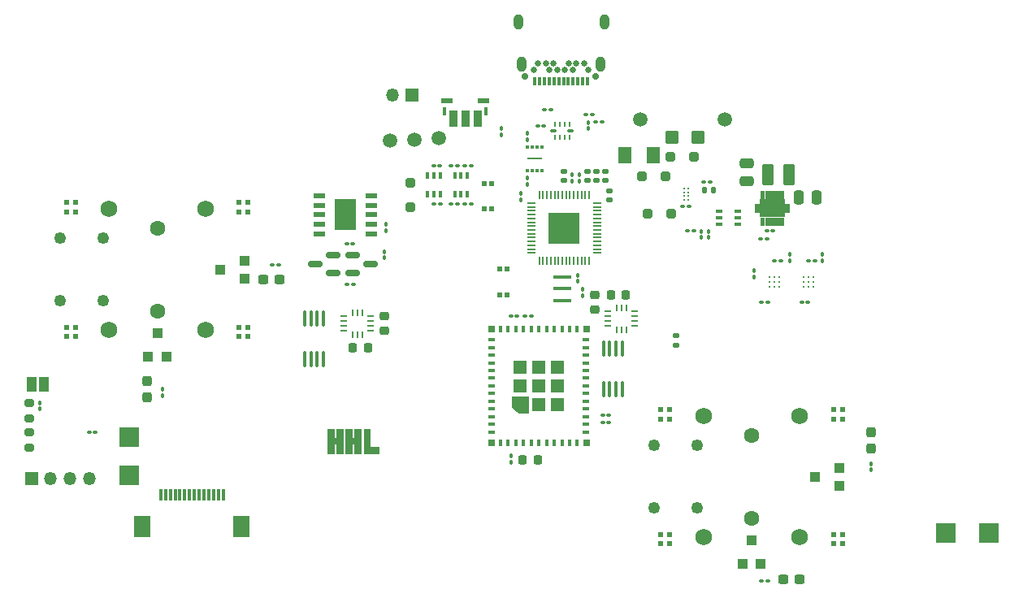
<source format=gbr>
G04 #@! TF.GenerationSoftware,KiCad,Pcbnew,7.0.6*
G04 #@! TF.CreationDate,2024-01-02T21:36:57-08:00*
G04 #@! TF.ProjectId,procon_gcc_main_pcb,70726f63-6f6e-45f6-9763-635f6d61696e,1*
G04 #@! TF.SameCoordinates,Original*
G04 #@! TF.FileFunction,Soldermask,Top*
G04 #@! TF.FilePolarity,Negative*
%FSLAX46Y46*%
G04 Gerber Fmt 4.6, Leading zero omitted, Abs format (unit mm)*
G04 Created by KiCad (PCBNEW 7.0.6) date 2024-01-02 21:36:57*
%MOMM*%
%LPD*%
G01*
G04 APERTURE LIST*
G04 Aperture macros list*
%AMRoundRect*
0 Rectangle with rounded corners*
0 $1 Rounding radius*
0 $2 $3 $4 $5 $6 $7 $8 $9 X,Y pos of 4 corners*
0 Add a 4 corners polygon primitive as box body*
4,1,4,$2,$3,$4,$5,$6,$7,$8,$9,$2,$3,0*
0 Add four circle primitives for the rounded corners*
1,1,$1+$1,$2,$3*
1,1,$1+$1,$4,$5*
1,1,$1+$1,$6,$7*
1,1,$1+$1,$8,$9*
0 Add four rect primitives between the rounded corners*
20,1,$1+$1,$2,$3,$4,$5,0*
20,1,$1+$1,$4,$5,$6,$7,0*
20,1,$1+$1,$6,$7,$8,$9,0*
20,1,$1+$1,$8,$9,$2,$3,0*%
G04 Aperture macros list end*
%ADD10C,0.010000*%
%ADD11C,0.025000*%
%ADD12R,1.000000X1.000000*%
%ADD13O,0.400000X0.900000*%
%ADD14R,0.950000X1.700000*%
%ADD15R,0.900000X1.700000*%
%ADD16R,1.200000X0.600000*%
%ADD17C,1.750000*%
%ADD18C,1.600000*%
%ADD19C,1.250000*%
%ADD20C,0.265000*%
%ADD21R,0.650000X0.400000*%
%ADD22RoundRect,0.100000X-0.130000X-0.100000X0.130000X-0.100000X0.130000X0.100000X-0.130000X0.100000X0*%
%ADD23RoundRect,0.100000X0.100000X-0.130000X0.100000X0.130000X-0.100000X0.130000X-0.100000X-0.130000X0*%
%ADD24RoundRect,0.100000X0.130000X0.100000X-0.130000X0.100000X-0.130000X-0.100000X0.130000X-0.100000X0*%
%ADD25RoundRect,0.100000X-0.100000X0.130000X-0.100000X-0.130000X0.100000X-0.130000X0.100000X0.130000X0*%
%ADD26RoundRect,0.250000X-0.250000X-0.475000X0.250000X-0.475000X0.250000X0.475000X-0.250000X0.475000X0*%
%ADD27RoundRect,0.250000X0.250000X0.250000X-0.250000X0.250000X-0.250000X-0.250000X0.250000X-0.250000X0*%
%ADD28R,0.550000X0.550000*%
%ADD29RoundRect,0.225000X-0.250000X0.225000X-0.250000X-0.225000X0.250000X-0.225000X0.250000X0.225000X0*%
%ADD30RoundRect,0.140000X0.140000X0.170000X-0.140000X0.170000X-0.140000X-0.170000X0.140000X-0.170000X0*%
%ADD31RoundRect,0.100000X0.100000X-0.712500X0.100000X0.712500X-0.100000X0.712500X-0.100000X-0.712500X0*%
%ADD32RoundRect,0.237500X-0.237500X0.300000X-0.237500X-0.300000X0.237500X-0.300000X0.237500X0.300000X0*%
%ADD33R,0.400000X0.650000*%
%ADD34RoundRect,0.135000X0.185000X-0.135000X0.185000X0.135000X-0.185000X0.135000X-0.185000X-0.135000X0*%
%ADD35RoundRect,0.237500X0.300000X0.237500X-0.300000X0.237500X-0.300000X-0.237500X0.300000X-0.237500X0*%
%ADD36R,2.000000X2.000000*%
%ADD37RoundRect,0.050000X-0.387500X-0.050000X0.387500X-0.050000X0.387500X0.050000X-0.387500X0.050000X0*%
%ADD38RoundRect,0.050000X-0.050000X-0.387500X0.050000X-0.387500X0.050000X0.387500X-0.050000X0.387500X0*%
%ADD39R,3.200000X3.200000*%
%ADD40C,1.500000*%
%ADD41R,0.400000X0.800000*%
%ADD42R,0.800000X0.400000*%
%ADD43R,1.450000X1.450000*%
%ADD44R,0.700000X0.700000*%
%ADD45RoundRect,0.140000X0.170000X-0.140000X0.170000X0.140000X-0.170000X0.140000X-0.170000X-0.140000X0*%
%ADD46RoundRect,0.250000X-0.250000X-0.250000X0.250000X-0.250000X0.250000X0.250000X-0.250000X0.250000X0*%
%ADD47RoundRect,0.250001X0.462499X0.624999X-0.462499X0.624999X-0.462499X-0.624999X0.462499X-0.624999X0*%
%ADD48RoundRect,0.225000X0.225000X0.250000X-0.225000X0.250000X-0.225000X-0.250000X0.225000X-0.250000X0*%
%ADD49C,0.230000*%
%ADD50R,0.300000X0.400000*%
%ADD51R,1.600000X0.200000*%
%ADD52RoundRect,0.237500X-0.300000X-0.237500X0.300000X-0.237500X0.300000X0.237500X-0.300000X0.237500X0*%
%ADD53RoundRect,0.250000X0.450000X0.425000X-0.450000X0.425000X-0.450000X-0.425000X0.450000X-0.425000X0*%
%ADD54RoundRect,0.150000X-0.587500X-0.150000X0.587500X-0.150000X0.587500X0.150000X-0.587500X0.150000X0*%
%ADD55R,1.000000X1.500000*%
%ADD56R,1.350000X1.350000*%
%ADD57O,1.350000X1.350000*%
%ADD58R,1.900000X0.400000*%
%ADD59RoundRect,0.225000X-0.225000X-0.250000X0.225000X-0.250000X0.225000X0.250000X-0.225000X0.250000X0*%
%ADD60R,1.300000X0.600000*%
%ADD61R,2.300000X3.200000*%
%ADD62RoundRect,0.150000X0.587500X0.150000X-0.587500X0.150000X-0.587500X-0.150000X0.587500X-0.150000X0*%
%ADD63R,0.500000X0.550000*%
%ADD64RoundRect,0.140000X-0.170000X0.140000X-0.170000X-0.140000X0.170000X-0.140000X0.170000X0.140000X0*%
%ADD65R,0.300000X1.300000*%
%ADD66R,1.800000X2.200000*%
%ADD67RoundRect,0.200000X-0.275000X0.200000X-0.275000X-0.200000X0.275000X-0.200000X0.275000X0.200000X0*%
%ADD68C,0.700000*%
%ADD69R,0.300000X0.900000*%
%ADD70C,0.650000*%
%ADD71O,1.000000X1.600000*%
%ADD72RoundRect,0.050000X0.075000X-0.225000X0.075000X0.225000X-0.075000X0.225000X-0.075000X-0.225000X0*%
%ADD73RoundRect,0.050000X0.050000X-0.225000X0.050000X0.225000X-0.050000X0.225000X-0.050000X-0.225000X0*%
%ADD74RoundRect,0.050000X0.250000X-0.100000X0.250000X0.100000X-0.250000X0.100000X-0.250000X-0.100000X0*%
%ADD75R,0.745000X0.280000*%
%ADD76R,0.280000X0.745000*%
%ADD77RoundRect,0.250000X-0.375000X-0.850000X0.375000X-0.850000X0.375000X0.850000X-0.375000X0.850000X0*%
%ADD78RoundRect,0.250000X-0.250000X0.250000X-0.250000X-0.250000X0.250000X-0.250000X0.250000X0.250000X0*%
%ADD79RoundRect,0.200000X0.275000X-0.200000X0.275000X0.200000X-0.275000X0.200000X-0.275000X-0.200000X0*%
%ADD80RoundRect,0.250000X-0.475000X0.250000X-0.475000X-0.250000X0.475000X-0.250000X0.475000X0.250000X0*%
G04 APERTURE END LIST*
D10*
X135019200Y-133323800D02*
X133969200Y-133323800D01*
X133369200Y-132723800D01*
X133369200Y-131673800D01*
X135019200Y-131673800D01*
X135019200Y-133323800D01*
G36*
X135019200Y-133323800D02*
G01*
X133969200Y-133323800D01*
X133369200Y-132723800D01*
X133369200Y-131673800D01*
X135019200Y-131673800D01*
X135019200Y-133323800D01*
G37*
X161590000Y-110970000D02*
X161210000Y-110970000D01*
X161210000Y-110230000D01*
X161590000Y-110230000D01*
X161590000Y-110970000D01*
G36*
X161590000Y-110970000D02*
G01*
X161210000Y-110970000D01*
X161210000Y-110230000D01*
X161590000Y-110230000D01*
X161590000Y-110970000D01*
G37*
X161090000Y-110970000D02*
X160710000Y-110970000D01*
X160710000Y-110230000D01*
X161090000Y-110230000D01*
X161090000Y-110970000D01*
G36*
X161090000Y-110970000D02*
G01*
X160710000Y-110970000D01*
X160710000Y-110230000D01*
X161090000Y-110230000D01*
X161090000Y-110970000D01*
G37*
X160590000Y-110970000D02*
X160210000Y-110970000D01*
X160210000Y-110230000D01*
X160590000Y-110230000D01*
X160590000Y-110970000D01*
G36*
X160590000Y-110970000D02*
G01*
X160210000Y-110970000D01*
X160210000Y-110230000D01*
X160590000Y-110230000D01*
X160590000Y-110970000D01*
G37*
X160090000Y-110970000D02*
X159710000Y-110970000D01*
X159710000Y-110230000D01*
X160090000Y-110230000D01*
X160090000Y-110970000D01*
G36*
X160090000Y-110970000D02*
G01*
X159710000Y-110970000D01*
X159710000Y-110230000D01*
X160090000Y-110230000D01*
X160090000Y-110970000D01*
G37*
X159590000Y-110970000D02*
X159210000Y-110970000D01*
X159210000Y-110230000D01*
X159590000Y-110230000D01*
X159590000Y-110970000D01*
G36*
X159590000Y-110970000D02*
G01*
X159210000Y-110970000D01*
X159210000Y-110230000D01*
X159590000Y-110230000D01*
X159590000Y-110970000D01*
G37*
X161590000Y-113770000D02*
X161210000Y-113770000D01*
X161210000Y-113030000D01*
X161590000Y-113030000D01*
X161590000Y-113770000D01*
G36*
X161590000Y-113770000D02*
G01*
X161210000Y-113770000D01*
X161210000Y-113030000D01*
X161590000Y-113030000D01*
X161590000Y-113770000D01*
G37*
X161090000Y-113770000D02*
X160710000Y-113770000D01*
X160710000Y-113030000D01*
X161090000Y-113030000D01*
X161090000Y-113770000D01*
G36*
X161090000Y-113770000D02*
G01*
X160710000Y-113770000D01*
X160710000Y-113030000D01*
X161090000Y-113030000D01*
X161090000Y-113770000D01*
G37*
X160590000Y-113770000D02*
X160210000Y-113770000D01*
X160210000Y-113030000D01*
X160590000Y-113030000D01*
X160590000Y-113770000D01*
G36*
X160590000Y-113770000D02*
G01*
X160210000Y-113770000D01*
X160210000Y-113030000D01*
X160590000Y-113030000D01*
X160590000Y-113770000D01*
G37*
X160090000Y-113770000D02*
X159710000Y-113770000D01*
X159710000Y-113030000D01*
X160090000Y-113030000D01*
X160090000Y-113770000D01*
G36*
X160090000Y-113770000D02*
G01*
X159710000Y-113770000D01*
X159710000Y-113030000D01*
X160090000Y-113030000D01*
X160090000Y-113770000D01*
G37*
X159590000Y-113770000D02*
X159210000Y-113770000D01*
X159210000Y-113030000D01*
X159590000Y-113030000D01*
X159590000Y-113770000D01*
G36*
X159590000Y-113770000D02*
G01*
X159210000Y-113770000D01*
X159210000Y-113030000D01*
X159590000Y-113030000D01*
X159590000Y-113770000D01*
G37*
X161670000Y-111555000D02*
X162170000Y-111555000D01*
X162170000Y-111945000D01*
X161670000Y-111945000D01*
X161670000Y-112055000D01*
X162170000Y-112055000D01*
X162170000Y-112445000D01*
X161670000Y-112445000D01*
X161670000Y-112895000D01*
X159130000Y-112895000D01*
X159130000Y-112445000D01*
X158630000Y-112445000D01*
X158630000Y-112055000D01*
X159130000Y-112055000D01*
X159130000Y-111945000D01*
X158630000Y-111945000D01*
X158630000Y-111555000D01*
X159130000Y-111555000D01*
X159130000Y-111105000D01*
X161670000Y-111105000D01*
X161670000Y-111555000D01*
G36*
X161670000Y-111555000D02*
G01*
X162170000Y-111555000D01*
X162170000Y-111945000D01*
X161670000Y-111945000D01*
X161670000Y-112055000D01*
X162170000Y-112055000D01*
X162170000Y-112445000D01*
X161670000Y-112445000D01*
X161670000Y-112895000D01*
X159130000Y-112895000D01*
X159130000Y-112445000D01*
X158630000Y-112445000D01*
X158630000Y-112055000D01*
X159130000Y-112055000D01*
X159130000Y-111945000D01*
X158630000Y-111945000D01*
X158630000Y-111555000D01*
X159130000Y-111555000D01*
X159130000Y-111105000D01*
X161670000Y-111105000D01*
X161670000Y-111555000D01*
G37*
D11*
X118516400Y-136903898D02*
X119470355Y-136903898D01*
X119470355Y-137573267D01*
X117883741Y-137573267D01*
X117883741Y-135020095D01*
X118516400Y-135020095D01*
X118516400Y-136903898D01*
G36*
X118516400Y-136903898D02*
G01*
X119470355Y-136903898D01*
X119470355Y-137573267D01*
X117883741Y-137573267D01*
X117883741Y-135020095D01*
X118516400Y-135020095D01*
X118516400Y-136903898D01*
G37*
X115750266Y-137573267D02*
X115069405Y-137573267D01*
X115069405Y-136605145D01*
X114829749Y-136605145D01*
X114829749Y-137573267D01*
X114144449Y-137573267D01*
X114144449Y-135020615D01*
X114827463Y-135020095D01*
X114827463Y-135942897D01*
X115069405Y-135942897D01*
X115069405Y-135020095D01*
X115750266Y-135020095D01*
X115750266Y-137573267D01*
G36*
X115750266Y-137573267D02*
G01*
X115069405Y-137573267D01*
X115069405Y-136605145D01*
X114829749Y-136605145D01*
X114829749Y-137573267D01*
X114144449Y-137573267D01*
X114144449Y-135020615D01*
X114827463Y-135020095D01*
X114827463Y-135942897D01*
X115069405Y-135942897D01*
X115069405Y-135020095D01*
X115750266Y-135020095D01*
X115750266Y-137573267D01*
G37*
X117600266Y-137573267D02*
X116919405Y-137573267D01*
X116919405Y-136605145D01*
X116679749Y-136605145D01*
X116679749Y-137573267D01*
X115994449Y-137573267D01*
X115994449Y-135020615D01*
X116677463Y-135020095D01*
X116677463Y-135942897D01*
X116919405Y-135942897D01*
X116919405Y-135020095D01*
X117600266Y-135020095D01*
X117600266Y-137573267D01*
G36*
X117600266Y-137573267D02*
G01*
X116919405Y-137573267D01*
X116919405Y-136605145D01*
X116679749Y-136605145D01*
X116679749Y-137573267D01*
X115994449Y-137573267D01*
X115994449Y-135020615D01*
X116677463Y-135020095D01*
X116677463Y-135942897D01*
X116919405Y-135942897D01*
X116919405Y-135020095D01*
X117600266Y-135020095D01*
X117600266Y-137573267D01*
G37*
D12*
X167420200Y-140972000D03*
X167420200Y-139072000D03*
X164920200Y-140022000D03*
X157370200Y-149122000D03*
X159270200Y-149122000D03*
X158320200Y-146622000D03*
X105477000Y-119382600D03*
X105477000Y-117482600D03*
X102977000Y-118432600D03*
X95427000Y-127532600D03*
X97327000Y-127532600D03*
X96377000Y-125032600D03*
D13*
X126333519Y-101965000D03*
X130633519Y-101965000D03*
D14*
X127208519Y-102740000D03*
D15*
X128483519Y-102740000D03*
D14*
X129758519Y-102740000D03*
D16*
X126583519Y-100840000D03*
X130383519Y-100840000D03*
D17*
X153320200Y-133697000D03*
X153320200Y-146347000D03*
D18*
X158320200Y-135722000D03*
X158320200Y-144322000D03*
D17*
X163320200Y-133697000D03*
X163320200Y-146347000D03*
D19*
X152670200Y-136772000D03*
X152670200Y-143272000D03*
X148170200Y-136772000D03*
X148170200Y-143272000D03*
D17*
X91377000Y-112107600D03*
X91377000Y-124757600D03*
D18*
X96377000Y-114132600D03*
X96377000Y-122732600D03*
D17*
X101377000Y-112107600D03*
X101377000Y-124757600D03*
D19*
X90727000Y-115182600D03*
X90727000Y-121682600D03*
X86227000Y-115182600D03*
X86227000Y-121682600D03*
D20*
X163750000Y-119200000D03*
X164250000Y-119200000D03*
X164750000Y-119200000D03*
X163750000Y-119700000D03*
X164250000Y-119700000D03*
X164750000Y-119700000D03*
X163750000Y-120200000D03*
X164250000Y-120200000D03*
X164750000Y-120200000D03*
D21*
X156850000Y-113675000D03*
X156850000Y-113025000D03*
X156850000Y-112375000D03*
X154950000Y-112375000D03*
X154950000Y-113025000D03*
X154950000Y-113675000D03*
D20*
X160200000Y-119200000D03*
X160700000Y-119200000D03*
X161200000Y-119200000D03*
X160200000Y-119700000D03*
X160700000Y-119700000D03*
X161200000Y-119700000D03*
X160200000Y-120200000D03*
X160700000Y-120200000D03*
X161200000Y-120200000D03*
D22*
X164255000Y-117550000D03*
X164895000Y-117550000D03*
D23*
X153087600Y-115096200D03*
X153087600Y-114456200D03*
D24*
X164170000Y-121875000D03*
X163530000Y-121875000D03*
D25*
X165680000Y-116880000D03*
X165680000Y-117520000D03*
D23*
X153862600Y-115096200D03*
X153862600Y-114456200D03*
D24*
X159995000Y-121875000D03*
X159355000Y-121875000D03*
D25*
X162250000Y-116870000D03*
X162250000Y-117510000D03*
D24*
X89920000Y-135375000D03*
X89280000Y-135375000D03*
D26*
X163200000Y-110950000D03*
X165100000Y-110950000D03*
D25*
X139611100Y-108543094D03*
X139611100Y-109183094D03*
D27*
X149350000Y-108750000D03*
X146850000Y-108750000D03*
D28*
X166845200Y-133997000D03*
X167795200Y-133997000D03*
X167795200Y-133047000D03*
X166845200Y-133047000D03*
D29*
X120018689Y-123258755D03*
X120018689Y-124808755D03*
D22*
X160705000Y-117550000D03*
X161345000Y-117550000D03*
D30*
X154356400Y-110163000D03*
X153396400Y-110163000D03*
D23*
X170739623Y-139288477D03*
X170739623Y-138648477D03*
D31*
X111750200Y-127791700D03*
X112400200Y-127791700D03*
X113050200Y-127791700D03*
X113700200Y-127791700D03*
X113700200Y-123566700D03*
X113050200Y-123566700D03*
X112400200Y-123566700D03*
X111750200Y-123566700D03*
D32*
X95317457Y-130017891D03*
X95317457Y-131742891D03*
D33*
X124546600Y-110556100D03*
X125196600Y-110556100D03*
X125846600Y-110556100D03*
X125846600Y-108656100D03*
X125196600Y-108656100D03*
X124546600Y-108656100D03*
D34*
X150418800Y-126290800D03*
X150418800Y-125270800D03*
D22*
X142807000Y-133583600D03*
X143447000Y-133583600D03*
D35*
X163312504Y-150698757D03*
X161587504Y-150698757D03*
D28*
X86902000Y-112407600D03*
X87852000Y-112407600D03*
X87852000Y-111457600D03*
X86902000Y-111457600D03*
D24*
X127660800Y-111612700D03*
X127020800Y-111612700D03*
D23*
X134950900Y-104884294D03*
X134950900Y-104244294D03*
D36*
X183062000Y-145848750D03*
D37*
X135348200Y-111508094D03*
X135348200Y-111908094D03*
X135348200Y-112308094D03*
X135348200Y-112708094D03*
X135348200Y-113108094D03*
X135348200Y-113508094D03*
X135348200Y-113908094D03*
X135348200Y-114308094D03*
X135348200Y-114708094D03*
X135348200Y-115108094D03*
X135348200Y-115508094D03*
X135348200Y-115908094D03*
X135348200Y-116308094D03*
X135348200Y-116708094D03*
D38*
X136185700Y-117545594D03*
X136585700Y-117545594D03*
X136985700Y-117545594D03*
X137385700Y-117545594D03*
X137785700Y-117545594D03*
X138185700Y-117545594D03*
X138585700Y-117545594D03*
X138985700Y-117545594D03*
X139385700Y-117545594D03*
X139785700Y-117545594D03*
X140185700Y-117545594D03*
X140585700Y-117545594D03*
X140985700Y-117545594D03*
X141385700Y-117545594D03*
D37*
X142223200Y-116708094D03*
X142223200Y-116308094D03*
X142223200Y-115908094D03*
X142223200Y-115508094D03*
X142223200Y-115108094D03*
X142223200Y-114708094D03*
X142223200Y-114308094D03*
X142223200Y-113908094D03*
X142223200Y-113508094D03*
X142223200Y-113108094D03*
X142223200Y-112708094D03*
X142223200Y-112308094D03*
X142223200Y-111908094D03*
X142223200Y-111508094D03*
D38*
X141385700Y-110670594D03*
X140985700Y-110670594D03*
X140585700Y-110670594D03*
X140185700Y-110670594D03*
X139785700Y-110670594D03*
X139385700Y-110670594D03*
X138985700Y-110670594D03*
X138585700Y-110670594D03*
X138185700Y-110670594D03*
X137785700Y-110670594D03*
X137385700Y-110670594D03*
X136985700Y-110670594D03*
X136585700Y-110670594D03*
X136185700Y-110670594D03*
D39*
X138785700Y-114108094D03*
D28*
X104902000Y-125407600D03*
X105852000Y-125407600D03*
X105852000Y-124457600D03*
X104902000Y-124457600D03*
D40*
X146700000Y-102800000D03*
D41*
X132144200Y-136448800D03*
X132944200Y-136448800D03*
X133744200Y-136448800D03*
X134544200Y-136448800D03*
X135344200Y-136448800D03*
X136144200Y-136448800D03*
X136944200Y-136448800D03*
X137744200Y-136448800D03*
X138544200Y-136448800D03*
X139344200Y-136448800D03*
X140144200Y-136448800D03*
D42*
X141044200Y-135348800D03*
X141044200Y-134548800D03*
X141044200Y-133748800D03*
X141044200Y-132948800D03*
X141044200Y-132148800D03*
X141044200Y-131348800D03*
X141044200Y-130548800D03*
X141044200Y-129748800D03*
X141044200Y-128948800D03*
X141044200Y-128148800D03*
X141044200Y-127348800D03*
X141044200Y-126548800D03*
X141044200Y-125748800D03*
D41*
X140144200Y-124648800D03*
X139344200Y-124648800D03*
X138544200Y-124648800D03*
X137744200Y-124648800D03*
X136944200Y-124648800D03*
X136144200Y-124648800D03*
X135344200Y-124648800D03*
X134544200Y-124648800D03*
X133744200Y-124648800D03*
X132944200Y-124648800D03*
X132144200Y-124648800D03*
D42*
X131244200Y-125748800D03*
X131244200Y-126548800D03*
X131244200Y-127348800D03*
X131244200Y-128148800D03*
X131244200Y-128948800D03*
X131244200Y-129748800D03*
X131244200Y-130548800D03*
X131244200Y-131348800D03*
X131244200Y-132148800D03*
X131244200Y-132948800D03*
X131244200Y-133748800D03*
X131244200Y-134548800D03*
X131244200Y-135348800D03*
D43*
X136144200Y-130548800D03*
D44*
X131194200Y-124598800D03*
X141094200Y-124598800D03*
X141094200Y-136498800D03*
X131194200Y-136498800D03*
D43*
X136144200Y-132498800D03*
X138094200Y-132498800D03*
X138094200Y-130548800D03*
X138094200Y-128598800D03*
X136144200Y-128598800D03*
X134194200Y-128598800D03*
X134194200Y-130548800D03*
D45*
X142151100Y-109137294D03*
X142151100Y-108177294D03*
D22*
X125206800Y-111612700D03*
X125846800Y-111612700D03*
D46*
X147441600Y-112649000D03*
X149941600Y-112649000D03*
D47*
X148039338Y-106541120D03*
X145064338Y-106541120D03*
D36*
X93413992Y-139903200D03*
D27*
X152337120Y-106709987D03*
X149837120Y-106709987D03*
D23*
X134251700Y-111164294D03*
X134251700Y-110524294D03*
D40*
X123164600Y-104927400D03*
D25*
X141274800Y-103108800D03*
X141274800Y-103748800D03*
D22*
X125181400Y-107599500D03*
X125821400Y-107599500D03*
D24*
X143447000Y-134396400D03*
X142807000Y-134396400D03*
D23*
X158550000Y-118555000D03*
X158550000Y-119195000D03*
D22*
X116143023Y-119981101D03*
X116783023Y-119981101D03*
D48*
X118314100Y-126547002D03*
X116764100Y-126547002D03*
D25*
X140322300Y-108543094D03*
X140322300Y-109183094D03*
D49*
X151288800Y-109969400D03*
X151688800Y-109969400D03*
X151288800Y-110369400D03*
X151688800Y-110369400D03*
X151288800Y-110769400D03*
X151688800Y-110769400D03*
X151288800Y-111169400D03*
X151688800Y-111169400D03*
D50*
X134949500Y-108081894D03*
X135449500Y-108081894D03*
X135949500Y-108081894D03*
X136449500Y-108081894D03*
X136449500Y-105681894D03*
X135949500Y-105681894D03*
X135449500Y-105681894D03*
X134949500Y-105681894D03*
D51*
X135699500Y-106881894D03*
D52*
X107418809Y-119497056D03*
X109143809Y-119497056D03*
D22*
X142072400Y-103073200D03*
X142712400Y-103073200D03*
D53*
X152744334Y-104634540D03*
X150044334Y-104634540D03*
D28*
X148845200Y-146997000D03*
X149795200Y-146997000D03*
X149795200Y-146047000D03*
X148845200Y-146047000D03*
D54*
X116744723Y-116922901D03*
X116744723Y-118822901D03*
X118619723Y-117872901D03*
D55*
X83271600Y-130352800D03*
X84571600Y-130352800D03*
D29*
X141938323Y-121038129D03*
X141938323Y-122588129D03*
D56*
X83274400Y-140182600D03*
D57*
X85274400Y-140182600D03*
X87274400Y-140182600D03*
X89274400Y-140182600D03*
D22*
X136738400Y-101752400D03*
X137378400Y-101752400D03*
D23*
X134975600Y-109564094D03*
X134975600Y-108924094D03*
D22*
X116132423Y-115764701D03*
X116772423Y-115764701D03*
D58*
X138595100Y-119236494D03*
X138595100Y-120436494D03*
X138595100Y-121636494D03*
D45*
X143471900Y-111197294D03*
X143471900Y-110237294D03*
D28*
X104902000Y-112407600D03*
X105852000Y-112407600D03*
X105852000Y-111457600D03*
X104902000Y-111457600D03*
D24*
X136641800Y-103505000D03*
X136001800Y-103505000D03*
D59*
X134454600Y-138226800D03*
X136004600Y-138226800D03*
D32*
X170738456Y-135352081D03*
X170738456Y-137077081D03*
D25*
X84175600Y-132329400D03*
X84175600Y-132969400D03*
D28*
X166845200Y-146997000D03*
X167795200Y-146997000D03*
X167795200Y-146047000D03*
X166845200Y-146047000D03*
D33*
X127391400Y-110556100D03*
X128041400Y-110556100D03*
X128691400Y-110556100D03*
X128691400Y-108656100D03*
X128041400Y-108656100D03*
X127391400Y-108656100D03*
D60*
X113227302Y-110726102D03*
X113227302Y-111726102D03*
X113227302Y-112726102D03*
X113227302Y-113726102D03*
X113227302Y-114726102D03*
X118727302Y-114726102D03*
X118727302Y-113726102D03*
X118727302Y-112726102D03*
X118727302Y-111726102D03*
X118727302Y-110726102D03*
D61*
X115977302Y-112726102D03*
D22*
X159325629Y-150847756D03*
X159965629Y-150847756D03*
D62*
X114708123Y-118822901D03*
X114708123Y-116922901D03*
X112833123Y-117872901D03*
D24*
X133873200Y-123266200D03*
X133233200Y-123266200D03*
D63*
X130435400Y-112119800D03*
X131235400Y-112119800D03*
X130435400Y-109469800D03*
X131235400Y-109469800D03*
D22*
X108365401Y-117977059D03*
X109005401Y-117977059D03*
D59*
X143678194Y-121060800D03*
X145228194Y-121060800D03*
D64*
X143065500Y-108177294D03*
X143065500Y-109137294D03*
D22*
X153353200Y-109274000D03*
X153993200Y-109274000D03*
D23*
X140703300Y-121121094D03*
X140703300Y-120481094D03*
D25*
X120225902Y-113736302D03*
X120225902Y-114376302D03*
D64*
X138747500Y-108179894D03*
X138747500Y-109139894D03*
D56*
X122920000Y-100228400D03*
D57*
X120920000Y-100228400D03*
D40*
X120599200Y-104952800D03*
D64*
X141236700Y-108179894D03*
X141236700Y-109139894D03*
D65*
X96741205Y-141917846D03*
X97241205Y-141917846D03*
X97741205Y-141917846D03*
X98241205Y-141917846D03*
X98741205Y-141917846D03*
X99241205Y-141917846D03*
X99741205Y-141917846D03*
X100241205Y-141917846D03*
X100741205Y-141917846D03*
X101241205Y-141917846D03*
X101741205Y-141917846D03*
X102241205Y-141917846D03*
X102741205Y-141917846D03*
X103241205Y-141917846D03*
D66*
X94841205Y-145167846D03*
X105141205Y-145167846D03*
D40*
X155545200Y-102799400D03*
X125679200Y-104724200D03*
D67*
X83007200Y-132321800D03*
X83007200Y-133971800D03*
D24*
X127624800Y-107599500D03*
X126984800Y-107599500D03*
D68*
X142060000Y-98275000D03*
X134710000Y-98275000D03*
D69*
X141210000Y-98835000D03*
X140710000Y-98835000D03*
X140210000Y-98835000D03*
X139710000Y-98835000D03*
X139210000Y-98835000D03*
X138710000Y-98835000D03*
X138210000Y-98835000D03*
X137710000Y-98835000D03*
X137210000Y-98835000D03*
X136710000Y-98835000D03*
X136210000Y-98835000D03*
X135710000Y-98835000D03*
D70*
X135660000Y-97625000D03*
X136060000Y-96925000D03*
X136860000Y-96925000D03*
X137260000Y-97625000D03*
X137660000Y-96925000D03*
X138060000Y-97625000D03*
X138860000Y-97625000D03*
X139260000Y-96925000D03*
X139660000Y-97625000D03*
X140060000Y-96925000D03*
X140860000Y-96925000D03*
X141260000Y-97625000D03*
D71*
X142950000Y-92635000D03*
X142590000Y-97025000D03*
X134330000Y-97025000D03*
X133970000Y-92635000D03*
D72*
X137807000Y-104688000D03*
D73*
X138307000Y-104688000D03*
X138807000Y-104688000D03*
D72*
X139307000Y-104688000D03*
D74*
X139457000Y-104013000D03*
D72*
X139307000Y-103338000D03*
D73*
X138807000Y-103338000D03*
X138307000Y-103338000D03*
D72*
X137807000Y-103338000D03*
D74*
X137657000Y-104013000D03*
D31*
X142865200Y-130915900D03*
X143515200Y-130915900D03*
X144165200Y-130915900D03*
X144815200Y-130915900D03*
X144815200Y-126690900D03*
X144165200Y-126690900D03*
X143515200Y-126690900D03*
X142865200Y-126690900D03*
D63*
X132861000Y-118385200D03*
X132061000Y-118385200D03*
X132861000Y-121035200D03*
X132061000Y-121035200D03*
D22*
X128432600Y-107599500D03*
X129072600Y-107599500D03*
D23*
X140220700Y-119664294D03*
X140220700Y-119024294D03*
D25*
X96933652Y-130932363D03*
X96933652Y-131572363D03*
D23*
X133248400Y-138521400D03*
X133248400Y-137881400D03*
D28*
X86902000Y-125407600D03*
X87852000Y-125407600D03*
X87852000Y-124457600D03*
X86902000Y-124457600D03*
D75*
X146159800Y-124295600D03*
X146159800Y-123795600D03*
X146159800Y-123295600D03*
X146159800Y-122795600D03*
D76*
X145261800Y-122397600D03*
X144761800Y-122397600D03*
X144261800Y-122397600D03*
D75*
X143363800Y-122795600D03*
X143363800Y-123295600D03*
X143363800Y-123795600D03*
X143363800Y-124295600D03*
D76*
X144261800Y-124693600D03*
X144761800Y-124693600D03*
X145261800Y-124693600D03*
D22*
X128443200Y-111612700D03*
X129083200Y-111612700D03*
X151143400Y-111864800D03*
X151783400Y-111864800D03*
D75*
X115841200Y-123303600D03*
X115841200Y-123803600D03*
X115841200Y-124303600D03*
X115841200Y-124803600D03*
D76*
X116739200Y-125201600D03*
X117239200Y-125201600D03*
X117739200Y-125201600D03*
D75*
X118637200Y-124803600D03*
X118637200Y-124303600D03*
X118637200Y-123803600D03*
X118637200Y-123303600D03*
D76*
X117739200Y-122905600D03*
X117239200Y-122905600D03*
X116739200Y-122905600D03*
D77*
X160025000Y-108550000D03*
X162175000Y-108550000D03*
D25*
X132257800Y-103718400D03*
X132257800Y-104358400D03*
D24*
X160538077Y-114402950D03*
X159898077Y-114402950D03*
D78*
X122758200Y-109392400D03*
X122758200Y-111892400D03*
D79*
X83007200Y-137007600D03*
X83007200Y-135357600D03*
D22*
X159258348Y-115214226D03*
X159898348Y-115214226D03*
D28*
X148845200Y-133997000D03*
X149795200Y-133997000D03*
X149795200Y-133047000D03*
X148845200Y-133047000D03*
D24*
X152270000Y-114425000D03*
X151630000Y-114425000D03*
D36*
X93413992Y-135909304D03*
X178562000Y-145848750D03*
D80*
X157782026Y-107324670D03*
X157782026Y-109224670D03*
D22*
X141056400Y-102311200D03*
X141696400Y-102311200D03*
D25*
X120019023Y-116562301D03*
X120019023Y-117202301D03*
D24*
X135346400Y-123266200D03*
X134706400Y-123266200D03*
M02*

</source>
